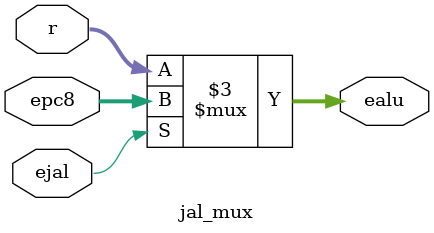
<source format=v>
`timescale 1ns / 1ps

module jal_mux(
    input wire [31:0] epc8,
    input wire [31:0] r,
    input ejal,
    output reg [31:0] ealu
);
    always @(*)
        begin
            if(ejal) begin ealu = epc8; end
            else begin ealu = r; end
        end
endmodule

</source>
